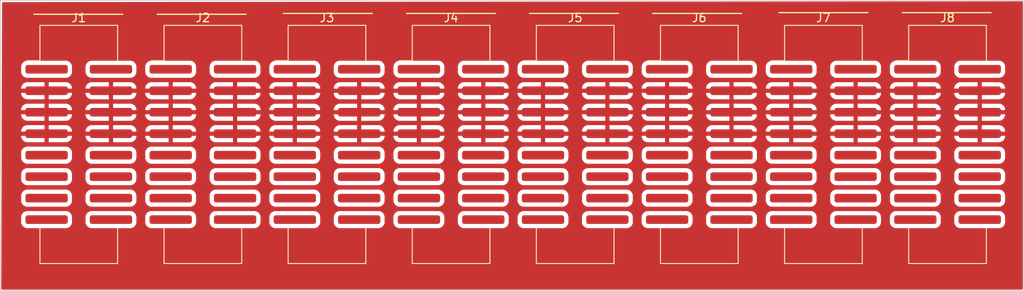
<source format=kicad_pcb>
(kicad_pcb (version 20221018) (generator pcbnew)
  (layers (0 "F.Cu" signal) (31 "B.Cu" signal) (34 "B.Paste" user) (35 "F.Paste" user) (36 "B.SilkS" user "B.Silkscreen") (37 "F.SilkS" user "F.Silkscreen") (38 "B.Mask" user) (39 "F.Mask" user) (44 "Edge.Cuts" user))
  (net 0 "")
  (net 1 "Net-(J1--12v_L)")
  (net 2 "Net-(J1-+12V_L)")
  (net 3 "Net-(J1-+5v_L)")
  (net 4 "Net-(J1-CV_L)")
  (net 5 "Net-(J1-GATE_L)")
  (net 6 "GND")
  (footprint "Connector_IDC:IDC-Header_2x08_P2.54mm_Vertical_SMD" (layer "F.Cu") (at 138.15 35.69)
    (fp_text reference "J8" (at 0 -14.97) (layer "F.SilkS"))
    (fp_text value "EuroPower16")
    (fp_line (start -4.585 -14.08) (end 4.585 -14.08) (stroke (width 0.12)) (layer "F.SilkS"))
    (fp_line (start -4.585 -9.9) (end -6.085 -9.9) (stroke (width 0.12)) (layer "F.SilkS"))
    (fp_line (start -4.585 -9.9) (end -4.585 -14.08) (stroke (width 0.12)) (layer "F.SilkS"))
    (fp_line (start -4.585 9.9) (end -4.585 14.08) (stroke (width 0.12)) (layer "F.SilkS"))
    (fp_line (start -4.585 14.08) (end 4.585 14.08) (stroke (width 0.12)) (layer "F.SilkS"))
    (fp_line (start 4.585 -14.08) (end 4.585 -9.9) (stroke (width 0.12)) (layer "F.SilkS"))
    (fp_line (start 4.585 14.08) (end 4.585 9.9) (stroke (width 0.12)) (layer "F.SilkS"))
    (pad "1" smd roundrect (at -3.8 -8.89) (size 5 1.02) (layers "F.Cu" "F.Paste" "F.Mask") (net 1 "Net-(J1--12v_L)"))
    (pad "2" smd roundrect (at 3.8 -8.89) (size 5 1.02) (layers "F.Cu" "F.Paste" "F.Mask") (net 1 "Net-(J1--12v_L)"))
    (pad "3" smd roundrect (at -3.8 -6.35) (size 5 1.02) (layers "F.Cu" "F.Paste" "F.Mask") (net 6 "GND"))
    (pad "4" smd roundrect (at 3.8 -6.35) (size 5 1.02) (layers "F.Cu" "F.Paste" "F.Mask") (net 6 "GND"))
    (pad "5" smd roundrect (at -3.8 -3.81) (size 5 1.02) (layers "F.Cu" "F.Paste" "F.Mask") (net 6 "GND"))
    (pad "6" smd roundrect (at 3.8 -3.81) (size 5 1.02) (layers "F.Cu" "F.Paste" "F.Mask") (net 6 "GND"))
    (pad "7" smd roundrect (at -3.8 -1.27) (size 5 1.02) (layers "F.Cu" "F.Paste" "F.Mask") (net 6 "GND"))
    (pad "8" smd roundrect (at 3.8 -1.27) (size 5 1.02) (layers "F.Cu" "F.Paste" "F.Mask") (net 6 "GND"))
    (pad "9" smd roundrect (at -3.8 1.27) (size 5 1.02) (layers "F.Cu" "F.Paste" "F.Mask") (net 2 "Net-(J1-+12V_L)"))
    (pad "10" smd roundrect (at 3.8 1.27) (size 5 1.02) (layers "F.Cu" "F.Paste" "F.Mask") (net 2 "Net-(J1-+12V_L)"))
    (pad "11" smd roundrect (at -3.8 3.81) (size 5 1.02) (layers "F.Cu" "F.Paste" "F.Mask") (net 3 "Net-(J1-+5v_L)"))
    (pad "12" smd roundrect (at 3.8 3.81) (size 5 1.02) (layers "F.Cu" "F.Paste" "F.Mask") (net 3 "Net-(J1-+5v_L)"))
    (pad "13" smd roundrect (at -3.8 6.35) (size 5 1.02) (layers "F.Cu" "F.Paste" "F.Mask") (net 4 "Net-(J1-CV_L)"))
    (pad "14" smd roundrect (at 3.8 6.35) (size 5 1.02) (layers "F.Cu" "F.Paste" "F.Mask") (net 4 "Net-(J1-CV_L)"))
    (pad "15" smd roundrect (at -3.8 8.89) (size 5 1.02) (layers "F.Cu" "F.Paste" "F.Mask") (net 5 "Net-(J1-GATE_L)"))
    (pad "16" smd roundrect (at 3.8 8.89) (size 5 1.02) (layers "F.Cu" "F.Paste" "F.Mask") (net 5 "Net-(J1-GATE_L)"))
  )
  (footprint "Connector_IDC:IDC-Header_2x08_P2.54mm_Vertical_SMD" (layer "F.Cu") (at 123.5 35.69)
    (fp_text reference "J7" (at 0 -14.97) (layer "F.SilkS"))
    (fp_text value "EuroPower16")
    (fp_line (start -4.585 -14.08) (end 4.585 -14.08) (stroke (width 0.12)) (layer "F.SilkS"))
    (fp_line (start -4.585 -9.9) (end -6.085 -9.9) (stroke (width 0.12)) (layer "F.SilkS"))
    (fp_line (start -4.585 -9.9) (end -4.585 -14.08) (stroke (width 0.12)) (layer "F.SilkS"))
    (fp_line (start -4.585 9.9) (end -4.585 14.08) (stroke (width 0.12)) (layer "F.SilkS"))
    (fp_line (start -4.585 14.08) (end 4.585 14.08) (stroke (width 0.12)) (layer "F.SilkS"))
    (fp_line (start 4.585 -14.08) (end 4.585 -9.9) (stroke (width 0.12)) (layer "F.SilkS"))
    (fp_line (start 4.585 14.08) (end 4.585 9.9) (stroke (width 0.12)) (layer "F.SilkS"))
    (pad "1" smd roundrect (at -3.8 -8.89) (size 5 1.02) (layers "F.Cu" "F.Paste" "F.Mask") (net 1 "Net-(J1--12v_L)"))
    (pad "2" smd roundrect (at 3.8 -8.89) (size 5 1.02) (layers "F.Cu" "F.Paste" "F.Mask") (net 1 "Net-(J1--12v_L)"))
    (pad "3" smd roundrect (at -3.8 -6.35) (size 5 1.02) (layers "F.Cu" "F.Paste" "F.Mask") (net 6 "GND"))
    (pad "4" smd roundrect (at 3.8 -6.35) (size 5 1.02) (layers "F.Cu" "F.Paste" "F.Mask") (net 6 "GND"))
    (pad "5" smd roundrect (at -3.8 -3.81) (size 5 1.02) (layers "F.Cu" "F.Paste" "F.Mask") (net 6 "GND"))
    (pad "6" smd roundrect (at 3.8 -3.81) (size 5 1.02) (layers "F.Cu" "F.Paste" "F.Mask") (net 6 "GND"))
    (pad "7" smd roundrect (at -3.8 -1.27) (size 5 1.02) (layers "F.Cu" "F.Paste" "F.Mask") (net 6 "GND"))
    (pad "8" smd roundrect (at 3.8 -1.27) (size 5 1.02) (layers "F.Cu" "F.Paste" "F.Mask") (net 6 "GND"))
    (pad "9" smd roundrect (at -3.8 1.27) (size 5 1.02) (layers "F.Cu" "F.Paste" "F.Mask") (net 2 "Net-(J1-+12V_L)"))
    (pad "10" smd roundrect (at 3.8 1.27) (size 5 1.02) (layers "F.Cu" "F.Paste" "F.Mask") (net 2 "Net-(J1-+12V_L)"))
    (pad "11" smd roundrect (at -3.8 3.81) (size 5 1.02) (layers "F.Cu" "F.Paste" "F.Mask") (net 3 "Net-(J1-+5v_L)"))
    (pad "12" smd roundrect (at 3.8 3.81) (size 5 1.02) (layers "F.Cu" "F.Paste" "F.Mask") (net 3 "Net-(J1-+5v_L)"))
    (pad "13" smd roundrect (at -3.8 6.35) (size 5 1.02) (layers "F.Cu" "F.Paste" "F.Mask") (net 4 "Net-(J1-CV_L)"))
    (pad "14" smd roundrect (at 3.8 6.35) (size 5 1.02) (layers "F.Cu" "F.Paste" "F.Mask") (net 4 "Net-(J1-CV_L)"))
    (pad "15" smd roundrect (at -3.8 8.89) (size 5 1.02) (layers "F.Cu" "F.Paste" "F.Mask") (net 5 "Net-(J1-GATE_L)"))
    (pad "16" smd roundrect (at 3.8 8.89) (size 5 1.02) (layers "F.Cu" "F.Paste" "F.Mask") (net 5 "Net-(J1-GATE_L)"))
  )
  (footprint "Connector_IDC:IDC-Header_2x08_P2.54mm_Vertical_SMD" (layer "F.Cu") (at 108.85 35.69)
    (fp_text reference "J6" (at 0 -14.97) (layer "F.SilkS"))
    (fp_text value "EuroPower16")
    (fp_line (start -4.585 -14.08) (end 4.585 -14.08) (stroke (width 0.12)) (layer "F.SilkS"))
    (fp_line (start -4.585 -9.9) (end -6.085 -9.9) (stroke (width 0.12)) (layer "F.SilkS"))
    (fp_line (start -4.585 -9.9) (end -4.585 -14.08) (stroke (width 0.12)) (layer "F.SilkS"))
    (fp_line (start -4.585 9.9) (end -4.585 14.08) (stroke (width 0.12)) (layer "F.SilkS"))
    (fp_line (start -4.585 14.08) (end 4.585 14.08) (stroke (width 0.12)) (layer "F.SilkS"))
    (fp_line (start 4.585 -14.08) (end 4.585 -9.9) (stroke (width 0.12)) (layer "F.SilkS"))
    (fp_line (start 4.585 14.08) (end 4.585 9.9) (stroke (width 0.12)) (layer "F.SilkS"))
    (pad "1" smd roundrect (at -3.8 -8.89) (size 5 1.02) (layers "F.Cu" "F.Paste" "F.Mask") (net 1 "Net-(J1--12v_L)"))
    (pad "2" smd roundrect (at 3.8 -8.89) (size 5 1.02) (layers "F.Cu" "F.Paste" "F.Mask") (net 1 "Net-(J1--12v_L)"))
    (pad "3" smd roundrect (at -3.8 -6.35) (size 5 1.02) (layers "F.Cu" "F.Paste" "F.Mask") (net 6 "GND"))
    (pad "4" smd roundrect (at 3.8 -6.35) (size 5 1.02) (layers "F.Cu" "F.Paste" "F.Mask") (net 6 "GND"))
    (pad "5" smd roundrect (at -3.8 -3.81) (size 5 1.02) (layers "F.Cu" "F.Paste" "F.Mask") (net 6 "GND"))
    (pad "6" smd roundrect (at 3.8 -3.81) (size 5 1.02) (layers "F.Cu" "F.Paste" "F.Mask") (net 6 "GND"))
    (pad "7" smd roundrect (at -3.8 -1.27) (size 5 1.02) (layers "F.Cu" "F.Paste" "F.Mask") (net 6 "GND"))
    (pad "8" smd roundrect (at 3.8 -1.27) (size 5 1.02) (layers "F.Cu" "F.Paste" "F.Mask") (net 6 "GND"))
    (pad "9" smd roundrect (at -3.8 1.27) (size 5 1.02) (layers "F.Cu" "F.Paste" "F.Mask") (net 2 "Net-(J1-+12V_L)"))
    (pad "10" smd roundrect (at 3.8 1.27) (size 5 1.02) (layers "F.Cu" "F.Paste" "F.Mask") (net 2 "Net-(J1-+12V_L)"))
    (pad "11" smd roundrect (at -3.8 3.81) (size 5 1.02) (layers "F.Cu" "F.Paste" "F.Mask") (net 3 "Net-(J1-+5v_L)"))
    (pad "12" smd roundrect (at 3.8 3.81) (size 5 1.02) (layers "F.Cu" "F.Paste" "F.Mask") (net 3 "Net-(J1-+5v_L)"))
    (pad "13" smd roundrect (at -3.8 6.35) (size 5 1.02) (layers "F.Cu" "F.Paste" "F.Mask") (net 4 "Net-(J1-CV_L)"))
    (pad "14" smd roundrect (at 3.8 6.35) (size 5 1.02) (layers "F.Cu" "F.Paste" "F.Mask") (net 4 "Net-(J1-CV_L)"))
    (pad "15" smd roundrect (at -3.8 8.89) (size 5 1.02) (layers "F.Cu" "F.Paste" "F.Mask") (net 5 "Net-(J1-GATE_L)"))
    (pad "16" smd roundrect (at 3.8 8.89) (size 5 1.02) (layers "F.Cu" "F.Paste" "F.Mask") (net 5 "Net-(J1-GATE_L)"))
  )
  (footprint "Connector_IDC:IDC-Header_2x08_P2.54mm_Vertical_SMD" (layer "F.Cu") (at 94.2 35.69)
    (fp_text reference "J5" (at 0 -14.97) (layer "F.SilkS"))
    (fp_text value "EuroPower16")
    (fp_line (start -4.585 -14.08) (end 4.585 -14.08) (stroke (width 0.12)) (layer "F.SilkS"))
    (fp_line (start -4.585 -9.9) (end -6.085 -9.9) (stroke (width 0.12)) (layer "F.SilkS"))
    (fp_line (start -4.585 -9.9) (end -4.585 -14.08) (stroke (width 0.12)) (layer "F.SilkS"))
    (fp_line (start -4.585 9.9) (end -4.585 14.08) (stroke (width 0.12)) (layer "F.SilkS"))
    (fp_line (start -4.585 14.08) (end 4.585 14.08) (stroke (width 0.12)) (layer "F.SilkS"))
    (fp_line (start 4.585 -14.08) (end 4.585 -9.9) (stroke (width 0.12)) (layer "F.SilkS"))
    (fp_line (start 4.585 14.08) (end 4.585 9.9) (stroke (width 0.12)) (layer "F.SilkS"))
    (pad "1" smd roundrect (at -3.8 -8.89) (size 5 1.02) (layers "F.Cu" "F.Paste" "F.Mask") (net 1 "Net-(J1--12v_L)"))
    (pad "2" smd roundrect (at 3.8 -8.89) (size 5 1.02) (layers "F.Cu" "F.Paste" "F.Mask") (net 1 "Net-(J1--12v_L)"))
    (pad "3" smd roundrect (at -3.8 -6.35) (size 5 1.02) (layers "F.Cu" "F.Paste" "F.Mask") (net 6 "GND"))
    (pad "4" smd roundrect (at 3.8 -6.35) (size 5 1.02) (layers "F.Cu" "F.Paste" "F.Mask") (net 6 "GND"))
    (pad "5" smd roundrect (at -3.8 -3.81) (size 5 1.02) (layers "F.Cu" "F.Paste" "F.Mask") (net 6 "GND"))
    (pad "6" smd roundrect (at 3.8 -3.81) (size 5 1.02) (layers "F.Cu" "F.Paste" "F.Mask") (net 6 "GND"))
    (pad "7" smd roundrect (at -3.8 -1.27) (size 5 1.02) (layers "F.Cu" "F.Paste" "F.Mask") (net 6 "GND"))
    (pad "8" smd roundrect (at 3.8 -1.27) (size 5 1.02) (layers "F.Cu" "F.Paste" "F.Mask") (net 6 "GND"))
    (pad "9" smd roundrect (at -3.8 1.27) (size 5 1.02) (layers "F.Cu" "F.Paste" "F.Mask") (net 2 "Net-(J1-+12V_L)"))
    (pad "10" smd roundrect (at 3.8 1.27) (size 5 1.02) (layers "F.Cu" "F.Paste" "F.Mask") (net 2 "Net-(J1-+12V_L)"))
    (pad "11" smd roundrect (at -3.8 3.81) (size 5 1.02) (layers "F.Cu" "F.Paste" "F.Mask") (net 3 "Net-(J1-+5v_L)"))
    (pad "12" smd roundrect (at 3.8 3.81) (size 5 1.02) (layers "F.Cu" "F.Paste" "F.Mask") (net 3 "Net-(J1-+5v_L)"))
    (pad "13" smd roundrect (at -3.8 6.35) (size 5 1.02) (layers "F.Cu" "F.Paste" "F.Mask") (net 4 "Net-(J1-CV_L)"))
    (pad "14" smd roundrect (at 3.8 6.35) (size 5 1.02) (layers "F.Cu" "F.Paste" "F.Mask") (net 4 "Net-(J1-CV_L)"))
    (pad "15" smd roundrect (at -3.8 8.89) (size 5 1.02) (layers "F.Cu" "F.Paste" "F.Mask") (net 5 "Net-(J1-GATE_L)"))
    (pad "16" smd roundrect (at 3.8 8.89) (size 5 1.02) (layers "F.Cu" "F.Paste" "F.Mask") (net 5 "Net-(J1-GATE_L)"))
  )
  (footprint "Connector_IDC:IDC-Header_2x08_P2.54mm_Vertical_SMD" (layer "F.Cu") (at 64.9 35.69)
    (fp_text reference "J3" (at 0 -14.97) (layer "F.SilkS"))
    (fp_text value "EuroPower16")
    (fp_line (start -4.585 -14.08) (end 4.585 -14.08) (stroke (width 0.12)) (layer "F.SilkS"))
    (fp_line (start -4.585 -9.9) (end -6.085 -9.9) (stroke (width 0.12)) (layer "F.SilkS"))
    (fp_line (start -4.585 -9.9) (end -4.585 -14.08) (stroke (width 0.12)) (layer "F.SilkS"))
    (fp_line (start -4.585 9.9) (end -4.585 14.08) (stroke (width 0.12)) (layer "F.SilkS"))
    (fp_line (start -4.585 14.08) (end 4.585 14.08) (stroke (width 0.12)) (layer "F.SilkS"))
    (fp_line (start 4.585 -14.08) (end 4.585 -9.9) (stroke (width 0.12)) (layer "F.SilkS"))
    (fp_line (start 4.585 14.08) (end 4.585 9.9) (stroke (width 0.12)) (layer "F.SilkS"))
    (pad "1" smd roundrect (at -3.8 -8.89) (size 5 1.02) (layers "F.Cu" "F.Paste" "F.Mask") (net 1 "Net-(J1--12v_L)"))
    (pad "2" smd roundrect (at 3.8 -8.89) (size 5 1.02) (layers "F.Cu" "F.Paste" "F.Mask") (net 1 "Net-(J1--12v_L)"))
    (pad "3" smd roundrect (at -3.8 -6.35) (size 5 1.02) (layers "F.Cu" "F.Paste" "F.Mask") (net 6 "GND"))
    (pad "4" smd roundrect (at 3.8 -6.35) (size 5 1.02) (layers "F.Cu" "F.Paste" "F.Mask") (net 6 "GND"))
    (pad "5" smd roundrect (at -3.8 -3.81) (size 5 1.02) (layers "F.Cu" "F.Paste" "F.Mask") (net 6 "GND"))
    (pad "6" smd roundrect (at 3.8 -3.81) (size 5 1.02) (layers "F.Cu" "F.Paste" "F.Mask") (net 6 "GND"))
    (pad "7" smd roundrect (at -3.8 -1.27) (size 5 1.02) (layers "F.Cu" "F.Paste" "F.Mask") (net 6 "GND"))
    (pad "8" smd roundrect (at 3.8 -1.27) (size 5 1.02) (layers "F.Cu" "F.Paste" "F.Mask") (net 6 "GND"))
    (pad "9" smd roundrect (at -3.8 1.27) (size 5 1.02) (layers "F.Cu" "F.Paste" "F.Mask") (net 2 "Net-(J1-+12V_L)"))
    (pad "10" smd roundrect (at 3.8 1.27) (size 5 1.02) (layers "F.Cu" "F.Paste" "F.Mask") (net 2 "Net-(J1-+12V_L)"))
    (pad "11" smd roundrect (at -3.8 3.81) (size 5 1.02) (layers "F.Cu" "F.Paste" "F.Mask") (net 3 "Net-(J1-+5v_L)"))
    (pad "12" smd roundrect (at 3.8 3.81) (size 5 1.02) (layers "F.Cu" "F.Paste" "F.Mask") (net 3 "Net-(J1-+5v_L)"))
    (pad "13" smd roundrect (at -3.8 6.35) (size 5 1.02) (layers "F.Cu" "F.Paste" "F.Mask") (net 4 "Net-(J1-CV_L)"))
    (pad "14" smd roundrect (at 3.8 6.35) (size 5 1.02) (layers "F.Cu" "F.Paste" "F.Mask") (net 4 "Net-(J1-CV_L)"))
    (pad "15" smd roundrect (at -3.8 8.89) (size 5 1.02) (layers "F.Cu" "F.Paste" "F.Mask") (net 5 "Net-(J1-GATE_L)"))
    (pad "16" smd roundrect (at 3.8 8.89) (size 5 1.02) (layers "F.Cu" "F.Paste" "F.Mask") (net 5 "Net-(J1-GATE_L)"))
  )
  (footprint "Connector_IDC:IDC-Header_2x08_P2.54mm_Vertical_SMD" (layer "F.Cu") (at 50.25 35.69)
    (fp_text reference "J2" (at 0 -14.97) (layer "F.SilkS"))
    (fp_text value "EuroPower16")
    (fp_line (start -4.585 -14.08) (end 4.585 -14.08) (stroke (width 0.12)) (layer "F.SilkS"))
    (fp_line (start -4.585 -9.9) (end -6.085 -9.9) (stroke (width 0.12)) (layer "F.SilkS"))
    (fp_line (start -4.585 -9.9) (end -4.585 -14.08) (stroke (width 0.12)) (layer "F.SilkS"))
    (fp_line (start -4.585 9.9) (end -4.585 14.08) (stroke (width 0.12)) (layer "F.SilkS"))
    (fp_line (start -4.585 14.08) (end 4.585 14.08) (stroke (width 0.12)) (layer "F.SilkS"))
    (fp_line (start 4.585 -14.08) (end 4.585 -9.9) (stroke (width 0.12)) (layer "F.SilkS"))
    (fp_line (start 4.585 14.08) (end 4.585 9.9) (stroke (width 0.12)) (layer "F.SilkS"))
    (pad "1" smd roundrect (at -3.8 -8.89) (size 5 1.02) (layers "F.Cu" "F.Paste" "F.Mask") (net 1 "Net-(J1--12v_L)"))
    (pad "2" smd roundrect (at 3.8 -8.89) (size 5 1.02) (layers "F.Cu" "F.Paste" "F.Mask") (net 1 "Net-(J1--12v_L)"))
    (pad "3" smd roundrect (at -3.8 -6.35) (size 5 1.02) (layers "F.Cu" "F.Paste" "F.Mask") (net 6 "GND"))
    (pad "4" smd roundrect (at 3.8 -6.35) (size 5 1.02) (layers "F.Cu" "F.Paste" "F.Mask") (net 6 "GND"))
    (pad "5" smd roundrect (at -3.8 -3.81) (size 5 1.02) (layers "F.Cu" "F.Paste" "F.Mask") (net 6 "GND"))
    (pad "6" smd roundrect (at 3.8 -3.81) (size 5 1.02) (layers "F.Cu" "F.Paste" "F.Mask") (net 6 "GND"))
    (pad "7" smd roundrect (at -3.8 -1.27) (size 5 1.02) (layers "F.Cu" "F.Paste" "F.Mask") (net 6 "GND"))
    (pad "8" smd roundrect (at 3.8 -1.27) (size 5 1.02) (layers "F.Cu" "F.Paste" "F.Mask") (net 6 "GND"))
    (pad "9" smd roundrect (at -3.8 1.27) (size 5 1.02) (layers "F.Cu" "F.Paste" "F.Mask") (net 2 "Net-(J1-+12V_L)"))
    (pad "10" smd roundrect (at 3.8 1.27) (size 5 1.02) (layers "F.Cu" "F.Paste" "F.Mask") (net 2 "Net-(J1-+12V_L)"))
    (pad "11" smd roundrect (at -3.8 3.81) (size 5 1.02) (layers "F.Cu" "F.Paste" "F.Mask") (net 3 "Net-(J1-+5v_L)"))
    (pad "12" smd roundrect (at 3.8 3.81) (size 5 1.02) (layers "F.Cu" "F.Paste" "F.Mask") (net 3 "Net-(J1-+5v_L)"))
    (pad "13" smd roundrect (at -3.8 6.35) (size 5 1.02) (layers "F.Cu" "F.Paste" "F.Mask") (net 4 "Net-(J1-CV_L)"))
    (pad "14" smd roundrect (at 3.8 6.35) (size 5 1.02) (layers "F.Cu" "F.Paste" "F.Mask") (net 4 "Net-(J1-CV_L)"))
    (pad "15" smd roundrect (at -3.8 8.89) (size 5 1.02) (layers "F.Cu" "F.Paste" "F.Mask") (net 5 "Net-(J1-GATE_L)"))
    (pad "16" smd roundrect (at 3.8 8.89) (size 5 1.02) (layers "F.Cu" "F.Paste" "F.Mask") (net 5 "Net-(J1-GATE_L)"))
  )
  (footprint "Connector_IDC:IDC-Header_2x08_P2.54mm_Vertical_SMD" (layer "F.Cu") (at 79.55 35.69)
    (fp_text reference "J4" (at 0 -14.97) (layer "F.SilkS"))
    (fp_text value "EuroPower16")
    (fp_line (start -4.585 -14.08) (end 4.585 -14.08) (stroke (width 0.12)) (layer "F.SilkS"))
    (fp_line (start -4.585 -9.9) (end -6.085 -9.9) (stroke (width 0.12)) (layer "F.SilkS"))
    (fp_line (start -4.585 -9.9) (end -4.585 -14.08) (stroke (width 0.12)) (layer "F.SilkS"))
    (fp_line (start -4.585 9.9) (end -4.585 14.08) (stroke (width 0.12)) (layer "F.SilkS"))
    (fp_line (start -4.585 14.08) (end 4.585 14.08) (stroke (width 0.12)) (layer "F.SilkS"))
    (fp_line (start 4.585 -14.08) (end 4.585 -9.9) (stroke (width 0.12)) (layer "F.SilkS"))
    (fp_line (start 4.585 14.08) (end 4.585 9.9) (stroke (width 0.12)) (layer "F.SilkS"))
    (pad "1" smd roundrect (at -3.8 -8.89) (size 5 1.02) (layers "F.Cu" "F.Paste" "F.Mask") (net 1 "Net-(J1--12v_L)"))
    (pad "2" smd roundrect (at 3.8 -8.89) (size 5 1.02) (layers "F.Cu" "F.Paste" "F.Mask") (net 1 "Net-(J1--12v_L)"))
    (pad "3" smd roundrect (at -3.8 -6.35) (size 5 1.02) (layers "F.Cu" "F.Paste" "F.Mask") (net 6 "GND"))
    (pad "4" smd roundrect (at 3.8 -6.35) (size 5 1.02) (layers "F.Cu" "F.Paste" "F.Mask") (net 6 "GND"))
    (pad "5" smd roundrect (at -3.8 -3.81) (size 5 1.02) (layers "F.Cu" "F.Paste" "F.Mask") (net 6 "GND"))
    (pad "6" smd roundrect (at 3.8 -3.81) (size 5 1.02) (layers "F.Cu" "F.Paste" "F.Mask") (net 6 "GND"))
    (pad "7" smd roundrect (at -3.8 -1.27) (size 5 1.02) (layers "F.Cu" "F.Paste" "F.Mask") (net 6 "GND"))
    (pad "8" smd roundrect (at 3.8 -1.27) (size 5 1.02) (layers "F.Cu" "F.Paste" "F.Mask") (net 6 "GND"))
    (pad "9" smd roundrect (at -3.8 1.27) (size 5 1.02) (layers "F.Cu" "F.Paste" "F.Mask") (net 2 "Net-(J1-+12V_L)"))
    (pad "10" smd roundrect (at 3.8 1.27) (size 5 1.02) (layers "F.Cu" "F.Paste" "F.Mask") (net 2 "Net-(J1-+12V_L)"))
    (pad "11" smd roundrect (at -3.8 3.81) (size 5 1.02) (layers "F.Cu" "F.Paste" "F.Mask") (net 3 "Net-(J1-+5v_L)"))
    (pad "12" smd roundrect (at 3.8 3.81) (size 5 1.02) (layers "F.Cu" "F.Paste" "F.Mask") (net 3 "Net-(J1-+5v_L)"))
    (pad "13" smd roundrect (at -3.8 6.35) (size 5 1.02) (layers "F.Cu" "F.Paste" "F.Mask") (net 4 "Net-(J1-CV_L)"))
    (pad "14" smd roundrect (at 3.8 6.35) (size 5 1.02) (layers "F.Cu" "F.Paste" "F.Mask") (net 4 "Net-(J1-CV_L)"))
    (pad "15" smd roundrect (at -3.8 8.89) (size 5 1.02) (layers "F.Cu" "F.Paste" "F.Mask") (net 5 "Net-(J1-GATE_L)"))
    (pad "16" smd roundrect (at 3.8 8.89) (size 5 1.02) (layers "F.Cu" "F.Paste" "F.Mask") (net 5 "Net-(J1-GATE_L)"))
  )
  (footprint "Connector_IDC:IDC-Header_2x08_P2.54mm_Vertical_SMD" (layer "F.Cu") (at 35.6 35.69)
    (fp_text reference "J1" (at 0 -14.97) (layer "F.SilkS"))
    (fp_text value "EuroPower16")
    (fp_line (start -4.585 -14.08) (end 4.585 -14.08) (stroke (width 0.12)) (layer "F.SilkS"))
    (fp_line (start -4.585 -9.9) (end -6.085 -9.9) (stroke (width 0.12)) (layer "F.SilkS"))
    (fp_line (start -4.585 -9.9) (end -4.585 -14.08) (stroke (width 0.12)) (layer "F.SilkS"))
    (fp_line (start -4.585 9.9) (end -4.585 14.08) (stroke (width 0.12)) (layer "F.SilkS"))
    (fp_line (start -4.585 14.08) (end 4.585 14.08) (stroke (width 0.12)) (layer "F.SilkS"))
    (fp_line (start 4.585 -14.08) (end 4.585 -9.9) (stroke (width 0.12)) (layer "F.SilkS"))
    (fp_line (start 4.585 14.08) (end 4.585 9.9) (stroke (width 0.12)) (layer "F.SilkS"))
    (pad "1" smd roundrect (at -3.8 -8.89) (size 5 1.02) (layers "F.Cu" "F.Paste" "F.Mask") (net 1 "Net-(J1--12v_L)"))
    (pad "2" smd roundrect (at 3.8 -8.89) (size 5 1.02) (layers "F.Cu" "F.Paste" "F.Mask") (net 1 "Net-(J1--12v_L)"))
    (pad "3" smd roundrect (at -3.8 -6.35) (size 5 1.02) (layers "F.Cu" "F.Paste" "F.Mask") (net 6 "GND"))
    (pad "4" smd roundrect (at 3.8 -6.35) (size 5 1.02) (layers "F.Cu" "F.Paste" "F.Mask") (net 6 "GND"))
    (pad "5" smd roundrect (at -3.8 -3.81) (size 5 1.02) (layers "F.Cu" "F.Paste" "F.Mask") (net 6 "GND"))
    (pad "6" smd roundrect (at 3.8 -3.81) (size 5 1.02) (layers "F.Cu" "F.Paste" "F.Mask") (net 6 "GND"))
    (pad "7" smd roundrect (at -3.8 -1.27) (size 5 1.02) (layers "F.Cu" "F.Paste" "F.Mask") (net 6 "GND"))
    (pad "8" smd roundrect (at 3.8 -1.27) (size 5 1.02) (layers "F.Cu" "F.Paste" "F.Mask") (net 6 "GND"))
    (pad "9" smd roundrect (at -3.8 1.27) (size 5 1.02) (layers "F.Cu" "F.Paste" "F.Mask") (net 2 "Net-(J1-+12V_L)"))
    (pad "10" smd roundrect (at 3.8 1.27) (size 5 1.02) (layers "F.Cu" "F.Paste" "F.Mask") (net 2 "Net-(J1-+12V_L)"))
    (pad "11" smd roundrect (at -3.8 3.81) (size 5 1.02) (layers "F.Cu" "F.Paste" "F.Mask") (net 3 "Net-(J1-+5v_L)"))
    (pad "12" smd roundrect (at 3.8 3.81) (size 5 1.02) (layers "F.Cu" "F.Paste" "F.Mask") (net 3 "Net-(J1-+5v_L)"))
    (pad "13" smd roundrect (at -3.8 6.35) (size 5 1.02) (layers "F.Cu" "F.Paste" "F.Mask") (net 4 "Net-(J1-CV_L)"))
    (pad "14" smd roundrect (at 3.8 6.35) (size 5 1.02) (layers "F.Cu" "F.Paste" "F.Mask") (net 4 "Net-(J1-CV_L)"))
    (pad "15" smd roundrect (at -3.8 8.89) (size 5 1.02) (layers "F.Cu" "F.Paste" "F.Mask") (net 5 "Net-(J1-GATE_L)"))
    (pad "16" smd roundrect (at 3.8 8.89) (size 5 1.02) (layers "F.Cu" "F.Paste" "F.Mask") (net 5 "Net-(J1-GATE_L)"))
  )
  (gr_line (start 44.85 20.3) (end 55.35 20.3) (stroke (width 0.15)) (layer "F.SilkS"))
  (gr_line (start 132.8 20.1) (end 143.3 20.1) (stroke (width 0.15)) (layer "F.SilkS"))
  (gr_line (start 88.8 20.2) (end 99.3 20.2) (stroke (width 0.15)) (layer "F.SilkS"))
  (gr_line (start 30.3 20.3) (end 40.8 20.3) (stroke (width 0.15)) (layer "F.SilkS"))
  (gr_line (start 59.75 20.2) (end 70.25 20.2) (stroke (width 0.15)) (layer "F.SilkS"))
  (gr_line (start 103.35 20.2) (end 113.85 20.2) (stroke (width 0.15)) (layer "F.SilkS"))
  (gr_line (start 118.25 20.1) (end 128.75 20.1) (stroke (width 0.15)) (layer "F.SilkS"))
  (gr_line (start 74.3 20.2) (end 84.8 20.2) (stroke (width 0.15)) (layer "F.SilkS"))
  (gr_rect (start 26.35 18.66) (end 147.15 52.96) (stroke (width 0.1)) (fill none) (layer "Edge.Cuts"))
  (zone (net 6) (net_name "GND") (layer "F.Cu") (connect_pads (clearance 0.5)) (min_thickness 0.25) (fill yes (thermal_gap 0.5) (thermal_bridge_width 0.5))
    (polygon (pts (xy 26.55 18.86) (xy 147.05 18.76) (xy 147.05 52.86) (xy 26.45 52.86)))
  )
)
</source>
